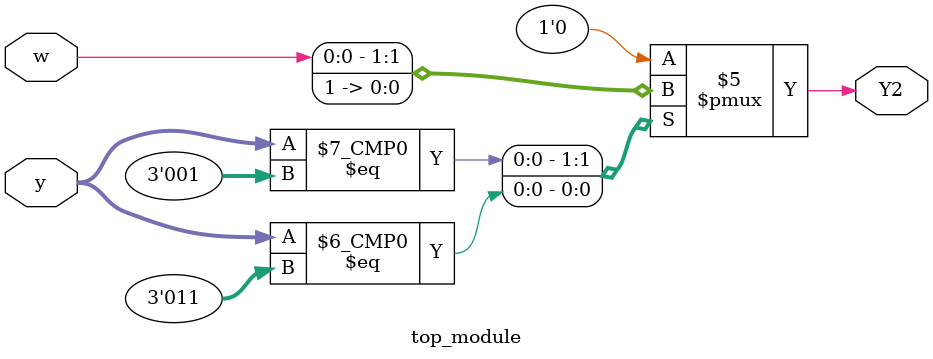
<source format=sv>
module top_module(
    input [3:1] y,
    input w,
    output reg Y2);

    // State encoding
    parameter A = 3'b000;
    parameter B = 3'b001;
    parameter C = 3'b010;
    parameter D = 3'b011;
    parameter E = 3'b100;
    parameter F = 3'b101;

    always @(*) begin
        case (y)
            A: Y2 = 1'b0; // y2 is 0 for state A (000)
            B: Y2 = w;    // y2 depends on w for state B (001)
            C: Y2 = 1'b0; // y2 is 0 for state C (010)
            D: Y2 = 1'b1; // y2 is 1 for state D (011)
            E: Y2 = 1'b0; // y2 is 0 for state E (100)
            F: Y2 = 1'b0; // y2 is 0 for state F (101)
            default: Y2 = 1'b0;
        endcase
    end

endmodule

</source>
